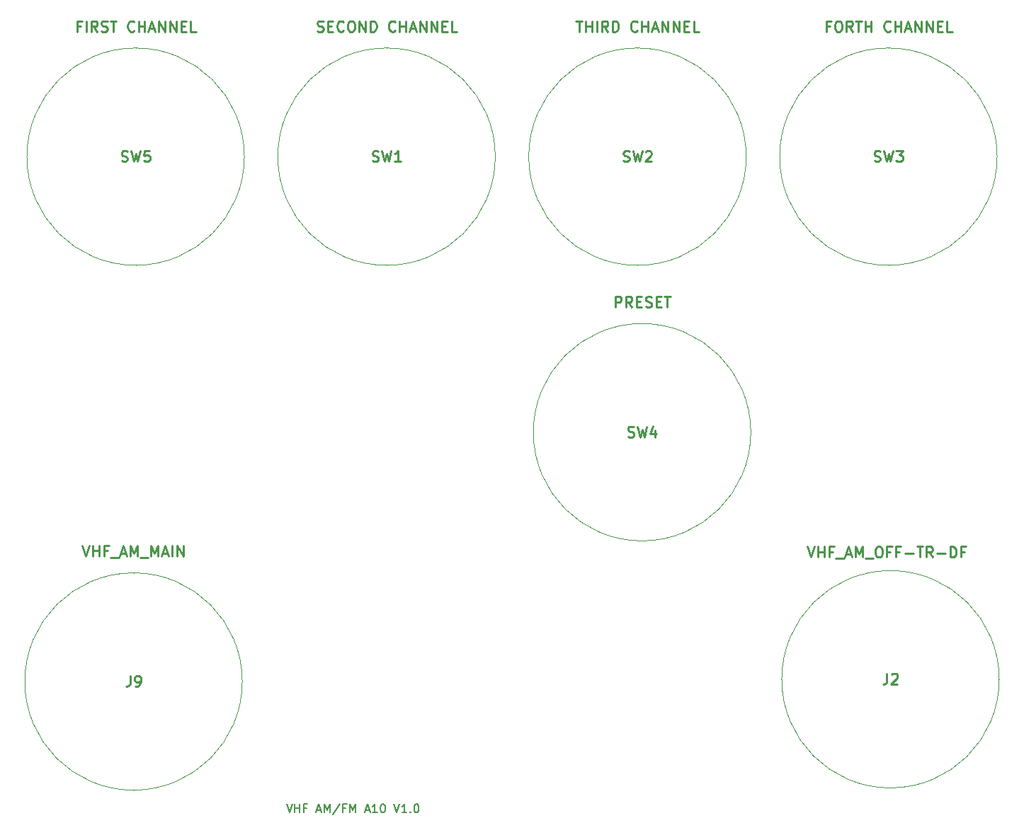
<source format=gbr>
%TF.GenerationSoftware,KiCad,Pcbnew,8.0.2-1*%
%TF.CreationDate,2024-08-11T12:55:08+10:00*%
%TF.ProjectId,VHF-AM-ROTARIES,5648462d-414d-42d5-924f-544152494553,rev?*%
%TF.SameCoordinates,Original*%
%TF.FileFunction,Legend,Top*%
%TF.FilePolarity,Positive*%
%FSLAX46Y46*%
G04 Gerber Fmt 4.6, Leading zero omitted, Abs format (unit mm)*
G04 Created by KiCad (PCBNEW 8.0.2-1) date 2024-08-11 12:55:08*
%MOMM*%
%LPD*%
G01*
G04 APERTURE LIST*
%ADD10C,0.150000*%
%ADD11C,0.254000*%
%ADD12C,0.100000*%
G04 APERTURE END LIST*
D10*
X101143922Y-138819819D02*
X101477255Y-139819819D01*
X101477255Y-139819819D02*
X101810588Y-138819819D01*
X102143922Y-139819819D02*
X102143922Y-138819819D01*
X102143922Y-139296009D02*
X102715350Y-139296009D01*
X102715350Y-139819819D02*
X102715350Y-138819819D01*
X103524874Y-139296009D02*
X103191541Y-139296009D01*
X103191541Y-139819819D02*
X103191541Y-138819819D01*
X103191541Y-138819819D02*
X103667731Y-138819819D01*
X104762970Y-139534104D02*
X105239160Y-139534104D01*
X104667732Y-139819819D02*
X105001065Y-138819819D01*
X105001065Y-138819819D02*
X105334398Y-139819819D01*
X105667732Y-139819819D02*
X105667732Y-138819819D01*
X105667732Y-138819819D02*
X106001065Y-139534104D01*
X106001065Y-139534104D02*
X106334398Y-138819819D01*
X106334398Y-138819819D02*
X106334398Y-139819819D01*
X107524874Y-138772200D02*
X106667732Y-140057914D01*
X108191541Y-139296009D02*
X107858208Y-139296009D01*
X107858208Y-139819819D02*
X107858208Y-138819819D01*
X107858208Y-138819819D02*
X108334398Y-138819819D01*
X108715351Y-139819819D02*
X108715351Y-138819819D01*
X108715351Y-138819819D02*
X109048684Y-139534104D01*
X109048684Y-139534104D02*
X109382017Y-138819819D01*
X109382017Y-138819819D02*
X109382017Y-139819819D01*
X110572494Y-139534104D02*
X111048684Y-139534104D01*
X110477256Y-139819819D02*
X110810589Y-138819819D01*
X110810589Y-138819819D02*
X111143922Y-139819819D01*
X112001065Y-139819819D02*
X111429637Y-139819819D01*
X111715351Y-139819819D02*
X111715351Y-138819819D01*
X111715351Y-138819819D02*
X111620113Y-138962676D01*
X111620113Y-138962676D02*
X111524875Y-139057914D01*
X111524875Y-139057914D02*
X111429637Y-139105533D01*
X112620113Y-138819819D02*
X112715351Y-138819819D01*
X112715351Y-138819819D02*
X112810589Y-138867438D01*
X112810589Y-138867438D02*
X112858208Y-138915057D01*
X112858208Y-138915057D02*
X112905827Y-139010295D01*
X112905827Y-139010295D02*
X112953446Y-139200771D01*
X112953446Y-139200771D02*
X112953446Y-139438866D01*
X112953446Y-139438866D02*
X112905827Y-139629342D01*
X112905827Y-139629342D02*
X112858208Y-139724580D01*
X112858208Y-139724580D02*
X112810589Y-139772200D01*
X112810589Y-139772200D02*
X112715351Y-139819819D01*
X112715351Y-139819819D02*
X112620113Y-139819819D01*
X112620113Y-139819819D02*
X112524875Y-139772200D01*
X112524875Y-139772200D02*
X112477256Y-139724580D01*
X112477256Y-139724580D02*
X112429637Y-139629342D01*
X112429637Y-139629342D02*
X112382018Y-139438866D01*
X112382018Y-139438866D02*
X112382018Y-139200771D01*
X112382018Y-139200771D02*
X112429637Y-139010295D01*
X112429637Y-139010295D02*
X112477256Y-138915057D01*
X112477256Y-138915057D02*
X112524875Y-138867438D01*
X112524875Y-138867438D02*
X112620113Y-138819819D01*
X114001066Y-138819819D02*
X114334399Y-139819819D01*
X114334399Y-139819819D02*
X114667732Y-138819819D01*
X115524875Y-139819819D02*
X114953447Y-139819819D01*
X115239161Y-139819819D02*
X115239161Y-138819819D01*
X115239161Y-138819819D02*
X115143923Y-138962676D01*
X115143923Y-138962676D02*
X115048685Y-139057914D01*
X115048685Y-139057914D02*
X114953447Y-139105533D01*
X115953447Y-139724580D02*
X116001066Y-139772200D01*
X116001066Y-139772200D02*
X115953447Y-139819819D01*
X115953447Y-139819819D02*
X115905828Y-139772200D01*
X115905828Y-139772200D02*
X115953447Y-139724580D01*
X115953447Y-139724580D02*
X115953447Y-139819819D01*
X116620113Y-138819819D02*
X116715351Y-138819819D01*
X116715351Y-138819819D02*
X116810589Y-138867438D01*
X116810589Y-138867438D02*
X116858208Y-138915057D01*
X116858208Y-138915057D02*
X116905827Y-139010295D01*
X116905827Y-139010295D02*
X116953446Y-139200771D01*
X116953446Y-139200771D02*
X116953446Y-139438866D01*
X116953446Y-139438866D02*
X116905827Y-139629342D01*
X116905827Y-139629342D02*
X116858208Y-139724580D01*
X116858208Y-139724580D02*
X116810589Y-139772200D01*
X116810589Y-139772200D02*
X116715351Y-139819819D01*
X116715351Y-139819819D02*
X116620113Y-139819819D01*
X116620113Y-139819819D02*
X116524875Y-139772200D01*
X116524875Y-139772200D02*
X116477256Y-139724580D01*
X116477256Y-139724580D02*
X116429637Y-139629342D01*
X116429637Y-139629342D02*
X116382018Y-139438866D01*
X116382018Y-139438866D02*
X116382018Y-139200771D01*
X116382018Y-139200771D02*
X116429637Y-139010295D01*
X116429637Y-139010295D02*
X116477256Y-138915057D01*
X116477256Y-138915057D02*
X116524875Y-138867438D01*
X116524875Y-138867438D02*
X116620113Y-138819819D01*
D11*
X172926667Y-123182318D02*
X172926667Y-124089461D01*
X172926667Y-124089461D02*
X172866190Y-124270889D01*
X172866190Y-124270889D02*
X172745238Y-124391842D01*
X172745238Y-124391842D02*
X172563809Y-124452318D01*
X172563809Y-124452318D02*
X172442857Y-124452318D01*
X173470952Y-123303270D02*
X173531428Y-123242794D01*
X173531428Y-123242794D02*
X173652381Y-123182318D01*
X173652381Y-123182318D02*
X173954762Y-123182318D01*
X173954762Y-123182318D02*
X174075714Y-123242794D01*
X174075714Y-123242794D02*
X174136190Y-123303270D01*
X174136190Y-123303270D02*
X174196667Y-123424222D01*
X174196667Y-123424222D02*
X174196667Y-123545175D01*
X174196667Y-123545175D02*
X174136190Y-123726603D01*
X174136190Y-123726603D02*
X173410476Y-124452318D01*
X173410476Y-124452318D02*
X174196667Y-124452318D01*
X163433239Y-108004318D02*
X163856572Y-109274318D01*
X163856572Y-109274318D02*
X164279906Y-108004318D01*
X164703238Y-109274318D02*
X164703238Y-108004318D01*
X164703238Y-108609080D02*
X165428953Y-108609080D01*
X165428953Y-109274318D02*
X165428953Y-108004318D01*
X166457048Y-108609080D02*
X166033714Y-108609080D01*
X166033714Y-109274318D02*
X166033714Y-108004318D01*
X166033714Y-108004318D02*
X166638476Y-108004318D01*
X166819905Y-109395270D02*
X167787524Y-109395270D01*
X168029428Y-108911461D02*
X168634190Y-108911461D01*
X167908476Y-109274318D02*
X168331809Y-108004318D01*
X168331809Y-108004318D02*
X168755143Y-109274318D01*
X169178475Y-109274318D02*
X169178475Y-108004318D01*
X169178475Y-108004318D02*
X169601809Y-108911461D01*
X169601809Y-108911461D02*
X170025142Y-108004318D01*
X170025142Y-108004318D02*
X170025142Y-109274318D01*
X170327524Y-109395270D02*
X171295143Y-109395270D01*
X171839428Y-108004318D02*
X172081333Y-108004318D01*
X172081333Y-108004318D02*
X172202285Y-108064794D01*
X172202285Y-108064794D02*
X172323238Y-108185746D01*
X172323238Y-108185746D02*
X172383714Y-108427651D01*
X172383714Y-108427651D02*
X172383714Y-108850984D01*
X172383714Y-108850984D02*
X172323238Y-109092889D01*
X172323238Y-109092889D02*
X172202285Y-109213842D01*
X172202285Y-109213842D02*
X172081333Y-109274318D01*
X172081333Y-109274318D02*
X171839428Y-109274318D01*
X171839428Y-109274318D02*
X171718476Y-109213842D01*
X171718476Y-109213842D02*
X171597523Y-109092889D01*
X171597523Y-109092889D02*
X171537047Y-108850984D01*
X171537047Y-108850984D02*
X171537047Y-108427651D01*
X171537047Y-108427651D02*
X171597523Y-108185746D01*
X171597523Y-108185746D02*
X171718476Y-108064794D01*
X171718476Y-108064794D02*
X171839428Y-108004318D01*
X173351333Y-108609080D02*
X172927999Y-108609080D01*
X172927999Y-109274318D02*
X172927999Y-108004318D01*
X172927999Y-108004318D02*
X173532761Y-108004318D01*
X174439904Y-108609080D02*
X174016570Y-108609080D01*
X174016570Y-109274318D02*
X174016570Y-108004318D01*
X174016570Y-108004318D02*
X174621332Y-108004318D01*
X175105141Y-108790508D02*
X176072761Y-108790508D01*
X176496094Y-108004318D02*
X177221808Y-108004318D01*
X176858951Y-109274318D02*
X176858951Y-108004318D01*
X178370856Y-109274318D02*
X177947522Y-108669556D01*
X177645141Y-109274318D02*
X177645141Y-108004318D01*
X177645141Y-108004318D02*
X178128951Y-108004318D01*
X178128951Y-108004318D02*
X178249903Y-108064794D01*
X178249903Y-108064794D02*
X178310380Y-108125270D01*
X178310380Y-108125270D02*
X178370856Y-108246222D01*
X178370856Y-108246222D02*
X178370856Y-108427651D01*
X178370856Y-108427651D02*
X178310380Y-108548603D01*
X178310380Y-108548603D02*
X178249903Y-108609080D01*
X178249903Y-108609080D02*
X178128951Y-108669556D01*
X178128951Y-108669556D02*
X177645141Y-108669556D01*
X178915141Y-108790508D02*
X179882761Y-108790508D01*
X180487522Y-109274318D02*
X180487522Y-108004318D01*
X180487522Y-108004318D02*
X180789903Y-108004318D01*
X180789903Y-108004318D02*
X180971332Y-108064794D01*
X180971332Y-108064794D02*
X181092284Y-108185746D01*
X181092284Y-108185746D02*
X181152761Y-108306699D01*
X181152761Y-108306699D02*
X181213237Y-108548603D01*
X181213237Y-108548603D02*
X181213237Y-108730032D01*
X181213237Y-108730032D02*
X181152761Y-108971937D01*
X181152761Y-108971937D02*
X181092284Y-109092889D01*
X181092284Y-109092889D02*
X180971332Y-109213842D01*
X180971332Y-109213842D02*
X180789903Y-109274318D01*
X180789903Y-109274318D02*
X180487522Y-109274318D01*
X182180856Y-108609080D02*
X181757522Y-108609080D01*
X181757522Y-109274318D02*
X181757522Y-108004318D01*
X181757522Y-108004318D02*
X182362284Y-108004318D01*
X141406666Y-61860842D02*
X141588095Y-61921318D01*
X141588095Y-61921318D02*
X141890476Y-61921318D01*
X141890476Y-61921318D02*
X142011428Y-61860842D01*
X142011428Y-61860842D02*
X142071904Y-61800365D01*
X142071904Y-61800365D02*
X142132381Y-61679413D01*
X142132381Y-61679413D02*
X142132381Y-61558461D01*
X142132381Y-61558461D02*
X142071904Y-61437508D01*
X142071904Y-61437508D02*
X142011428Y-61377032D01*
X142011428Y-61377032D02*
X141890476Y-61316556D01*
X141890476Y-61316556D02*
X141648571Y-61256080D01*
X141648571Y-61256080D02*
X141527619Y-61195603D01*
X141527619Y-61195603D02*
X141467142Y-61135127D01*
X141467142Y-61135127D02*
X141406666Y-61014175D01*
X141406666Y-61014175D02*
X141406666Y-60893222D01*
X141406666Y-60893222D02*
X141467142Y-60772270D01*
X141467142Y-60772270D02*
X141527619Y-60711794D01*
X141527619Y-60711794D02*
X141648571Y-60651318D01*
X141648571Y-60651318D02*
X141950952Y-60651318D01*
X141950952Y-60651318D02*
X142132381Y-60711794D01*
X142555714Y-60651318D02*
X142858095Y-61921318D01*
X142858095Y-61921318D02*
X143100000Y-61014175D01*
X143100000Y-61014175D02*
X143341905Y-61921318D01*
X143341905Y-61921318D02*
X143644286Y-60651318D01*
X144067619Y-60772270D02*
X144128095Y-60711794D01*
X144128095Y-60711794D02*
X144249048Y-60651318D01*
X144249048Y-60651318D02*
X144551429Y-60651318D01*
X144551429Y-60651318D02*
X144672381Y-60711794D01*
X144672381Y-60711794D02*
X144732857Y-60772270D01*
X144732857Y-60772270D02*
X144793334Y-60893222D01*
X144793334Y-60893222D02*
X144793334Y-61014175D01*
X144793334Y-61014175D02*
X144732857Y-61195603D01*
X144732857Y-61195603D02*
X144007143Y-61921318D01*
X144007143Y-61921318D02*
X144793334Y-61921318D01*
X135752143Y-45104318D02*
X136477857Y-45104318D01*
X136115000Y-46374318D02*
X136115000Y-45104318D01*
X136901190Y-46374318D02*
X136901190Y-45104318D01*
X136901190Y-45709080D02*
X137626905Y-45709080D01*
X137626905Y-46374318D02*
X137626905Y-45104318D01*
X138231666Y-46374318D02*
X138231666Y-45104318D01*
X139562143Y-46374318D02*
X139138809Y-45769556D01*
X138836428Y-46374318D02*
X138836428Y-45104318D01*
X138836428Y-45104318D02*
X139320238Y-45104318D01*
X139320238Y-45104318D02*
X139441190Y-45164794D01*
X139441190Y-45164794D02*
X139501667Y-45225270D01*
X139501667Y-45225270D02*
X139562143Y-45346222D01*
X139562143Y-45346222D02*
X139562143Y-45527651D01*
X139562143Y-45527651D02*
X139501667Y-45648603D01*
X139501667Y-45648603D02*
X139441190Y-45709080D01*
X139441190Y-45709080D02*
X139320238Y-45769556D01*
X139320238Y-45769556D02*
X138836428Y-45769556D01*
X140106428Y-46374318D02*
X140106428Y-45104318D01*
X140106428Y-45104318D02*
X140408809Y-45104318D01*
X140408809Y-45104318D02*
X140590238Y-45164794D01*
X140590238Y-45164794D02*
X140711190Y-45285746D01*
X140711190Y-45285746D02*
X140771667Y-45406699D01*
X140771667Y-45406699D02*
X140832143Y-45648603D01*
X140832143Y-45648603D02*
X140832143Y-45830032D01*
X140832143Y-45830032D02*
X140771667Y-46071937D01*
X140771667Y-46071937D02*
X140711190Y-46192889D01*
X140711190Y-46192889D02*
X140590238Y-46313842D01*
X140590238Y-46313842D02*
X140408809Y-46374318D01*
X140408809Y-46374318D02*
X140106428Y-46374318D01*
X143069762Y-46253365D02*
X143009286Y-46313842D01*
X143009286Y-46313842D02*
X142827857Y-46374318D01*
X142827857Y-46374318D02*
X142706905Y-46374318D01*
X142706905Y-46374318D02*
X142525476Y-46313842D01*
X142525476Y-46313842D02*
X142404524Y-46192889D01*
X142404524Y-46192889D02*
X142344047Y-46071937D01*
X142344047Y-46071937D02*
X142283571Y-45830032D01*
X142283571Y-45830032D02*
X142283571Y-45648603D01*
X142283571Y-45648603D02*
X142344047Y-45406699D01*
X142344047Y-45406699D02*
X142404524Y-45285746D01*
X142404524Y-45285746D02*
X142525476Y-45164794D01*
X142525476Y-45164794D02*
X142706905Y-45104318D01*
X142706905Y-45104318D02*
X142827857Y-45104318D01*
X142827857Y-45104318D02*
X143009286Y-45164794D01*
X143009286Y-45164794D02*
X143069762Y-45225270D01*
X143614047Y-46374318D02*
X143614047Y-45104318D01*
X143614047Y-45709080D02*
X144339762Y-45709080D01*
X144339762Y-46374318D02*
X144339762Y-45104318D01*
X144884047Y-46011461D02*
X145488809Y-46011461D01*
X144763095Y-46374318D02*
X145186428Y-45104318D01*
X145186428Y-45104318D02*
X145609762Y-46374318D01*
X146033094Y-46374318D02*
X146033094Y-45104318D01*
X146033094Y-45104318D02*
X146758809Y-46374318D01*
X146758809Y-46374318D02*
X146758809Y-45104318D01*
X147363570Y-46374318D02*
X147363570Y-45104318D01*
X147363570Y-45104318D02*
X148089285Y-46374318D01*
X148089285Y-46374318D02*
X148089285Y-45104318D01*
X148694046Y-45709080D02*
X149117380Y-45709080D01*
X149298808Y-46374318D02*
X148694046Y-46374318D01*
X148694046Y-46374318D02*
X148694046Y-45104318D01*
X148694046Y-45104318D02*
X149298808Y-45104318D01*
X150447856Y-46374318D02*
X149843094Y-46374318D01*
X149843094Y-46374318D02*
X149843094Y-45104318D01*
X82426667Y-123451318D02*
X82426667Y-124358461D01*
X82426667Y-124358461D02*
X82366190Y-124539889D01*
X82366190Y-124539889D02*
X82245238Y-124660842D01*
X82245238Y-124660842D02*
X82063809Y-124721318D01*
X82063809Y-124721318D02*
X81942857Y-124721318D01*
X83091905Y-124721318D02*
X83333809Y-124721318D01*
X83333809Y-124721318D02*
X83454762Y-124660842D01*
X83454762Y-124660842D02*
X83515238Y-124600365D01*
X83515238Y-124600365D02*
X83636190Y-124418937D01*
X83636190Y-124418937D02*
X83696667Y-124177032D01*
X83696667Y-124177032D02*
X83696667Y-123693222D01*
X83696667Y-123693222D02*
X83636190Y-123572270D01*
X83636190Y-123572270D02*
X83575714Y-123511794D01*
X83575714Y-123511794D02*
X83454762Y-123451318D01*
X83454762Y-123451318D02*
X83212857Y-123451318D01*
X83212857Y-123451318D02*
X83091905Y-123511794D01*
X83091905Y-123511794D02*
X83031428Y-123572270D01*
X83031428Y-123572270D02*
X82970952Y-123693222D01*
X82970952Y-123693222D02*
X82970952Y-123995603D01*
X82970952Y-123995603D02*
X83031428Y-124116556D01*
X83031428Y-124116556D02*
X83091905Y-124177032D01*
X83091905Y-124177032D02*
X83212857Y-124237508D01*
X83212857Y-124237508D02*
X83454762Y-124237508D01*
X83454762Y-124237508D02*
X83575714Y-124177032D01*
X83575714Y-124177032D02*
X83636190Y-124116556D01*
X83636190Y-124116556D02*
X83696667Y-123995603D01*
X76741905Y-107904318D02*
X77165238Y-109174318D01*
X77165238Y-109174318D02*
X77588572Y-107904318D01*
X78011904Y-109174318D02*
X78011904Y-107904318D01*
X78011904Y-108509080D02*
X78737619Y-108509080D01*
X78737619Y-109174318D02*
X78737619Y-107904318D01*
X79765714Y-108509080D02*
X79342380Y-108509080D01*
X79342380Y-109174318D02*
X79342380Y-107904318D01*
X79342380Y-107904318D02*
X79947142Y-107904318D01*
X80128571Y-109295270D02*
X81096190Y-109295270D01*
X81338094Y-108811461D02*
X81942856Y-108811461D01*
X81217142Y-109174318D02*
X81640475Y-107904318D01*
X81640475Y-107904318D02*
X82063809Y-109174318D01*
X82487141Y-109174318D02*
X82487141Y-107904318D01*
X82487141Y-107904318D02*
X82910475Y-108811461D01*
X82910475Y-108811461D02*
X83333808Y-107904318D01*
X83333808Y-107904318D02*
X83333808Y-109174318D01*
X83636190Y-109295270D02*
X84603809Y-109295270D01*
X84906189Y-109174318D02*
X84906189Y-107904318D01*
X84906189Y-107904318D02*
X85329523Y-108811461D01*
X85329523Y-108811461D02*
X85752856Y-107904318D01*
X85752856Y-107904318D02*
X85752856Y-109174318D01*
X86297142Y-108811461D02*
X86901904Y-108811461D01*
X86176190Y-109174318D02*
X86599523Y-107904318D01*
X86599523Y-107904318D02*
X87022857Y-109174318D01*
X87446189Y-109174318D02*
X87446189Y-107904318D01*
X88050951Y-109174318D02*
X88050951Y-107904318D01*
X88050951Y-107904318D02*
X88776666Y-109174318D01*
X88776666Y-109174318D02*
X88776666Y-107904318D01*
X81406666Y-61860842D02*
X81588095Y-61921318D01*
X81588095Y-61921318D02*
X81890476Y-61921318D01*
X81890476Y-61921318D02*
X82011428Y-61860842D01*
X82011428Y-61860842D02*
X82071904Y-61800365D01*
X82071904Y-61800365D02*
X82132381Y-61679413D01*
X82132381Y-61679413D02*
X82132381Y-61558461D01*
X82132381Y-61558461D02*
X82071904Y-61437508D01*
X82071904Y-61437508D02*
X82011428Y-61377032D01*
X82011428Y-61377032D02*
X81890476Y-61316556D01*
X81890476Y-61316556D02*
X81648571Y-61256080D01*
X81648571Y-61256080D02*
X81527619Y-61195603D01*
X81527619Y-61195603D02*
X81467142Y-61135127D01*
X81467142Y-61135127D02*
X81406666Y-61014175D01*
X81406666Y-61014175D02*
X81406666Y-60893222D01*
X81406666Y-60893222D02*
X81467142Y-60772270D01*
X81467142Y-60772270D02*
X81527619Y-60711794D01*
X81527619Y-60711794D02*
X81648571Y-60651318D01*
X81648571Y-60651318D02*
X81950952Y-60651318D01*
X81950952Y-60651318D02*
X82132381Y-60711794D01*
X82555714Y-60651318D02*
X82858095Y-61921318D01*
X82858095Y-61921318D02*
X83100000Y-61014175D01*
X83100000Y-61014175D02*
X83341905Y-61921318D01*
X83341905Y-61921318D02*
X83644286Y-60651318D01*
X84732857Y-60651318D02*
X84128095Y-60651318D01*
X84128095Y-60651318D02*
X84067619Y-61256080D01*
X84067619Y-61256080D02*
X84128095Y-61195603D01*
X84128095Y-61195603D02*
X84249048Y-61135127D01*
X84249048Y-61135127D02*
X84551429Y-61135127D01*
X84551429Y-61135127D02*
X84672381Y-61195603D01*
X84672381Y-61195603D02*
X84732857Y-61256080D01*
X84732857Y-61256080D02*
X84793334Y-61377032D01*
X84793334Y-61377032D02*
X84793334Y-61679413D01*
X84793334Y-61679413D02*
X84732857Y-61800365D01*
X84732857Y-61800365D02*
X84672381Y-61860842D01*
X84672381Y-61860842D02*
X84551429Y-61921318D01*
X84551429Y-61921318D02*
X84249048Y-61921318D01*
X84249048Y-61921318D02*
X84128095Y-61860842D01*
X84128095Y-61860842D02*
X84067619Y-61800365D01*
X76508096Y-45709080D02*
X76084762Y-45709080D01*
X76084762Y-46374318D02*
X76084762Y-45104318D01*
X76084762Y-45104318D02*
X76689524Y-45104318D01*
X77173333Y-46374318D02*
X77173333Y-45104318D01*
X78503810Y-46374318D02*
X78080476Y-45769556D01*
X77778095Y-46374318D02*
X77778095Y-45104318D01*
X77778095Y-45104318D02*
X78261905Y-45104318D01*
X78261905Y-45104318D02*
X78382857Y-45164794D01*
X78382857Y-45164794D02*
X78443334Y-45225270D01*
X78443334Y-45225270D02*
X78503810Y-45346222D01*
X78503810Y-45346222D02*
X78503810Y-45527651D01*
X78503810Y-45527651D02*
X78443334Y-45648603D01*
X78443334Y-45648603D02*
X78382857Y-45709080D01*
X78382857Y-45709080D02*
X78261905Y-45769556D01*
X78261905Y-45769556D02*
X77778095Y-45769556D01*
X78987619Y-46313842D02*
X79169048Y-46374318D01*
X79169048Y-46374318D02*
X79471429Y-46374318D01*
X79471429Y-46374318D02*
X79592381Y-46313842D01*
X79592381Y-46313842D02*
X79652857Y-46253365D01*
X79652857Y-46253365D02*
X79713334Y-46132413D01*
X79713334Y-46132413D02*
X79713334Y-46011461D01*
X79713334Y-46011461D02*
X79652857Y-45890508D01*
X79652857Y-45890508D02*
X79592381Y-45830032D01*
X79592381Y-45830032D02*
X79471429Y-45769556D01*
X79471429Y-45769556D02*
X79229524Y-45709080D01*
X79229524Y-45709080D02*
X79108572Y-45648603D01*
X79108572Y-45648603D02*
X79048095Y-45588127D01*
X79048095Y-45588127D02*
X78987619Y-45467175D01*
X78987619Y-45467175D02*
X78987619Y-45346222D01*
X78987619Y-45346222D02*
X79048095Y-45225270D01*
X79048095Y-45225270D02*
X79108572Y-45164794D01*
X79108572Y-45164794D02*
X79229524Y-45104318D01*
X79229524Y-45104318D02*
X79531905Y-45104318D01*
X79531905Y-45104318D02*
X79713334Y-45164794D01*
X80076191Y-45104318D02*
X80801905Y-45104318D01*
X80439048Y-46374318D02*
X80439048Y-45104318D01*
X82918572Y-46253365D02*
X82858096Y-46313842D01*
X82858096Y-46313842D02*
X82676667Y-46374318D01*
X82676667Y-46374318D02*
X82555715Y-46374318D01*
X82555715Y-46374318D02*
X82374286Y-46313842D01*
X82374286Y-46313842D02*
X82253334Y-46192889D01*
X82253334Y-46192889D02*
X82192857Y-46071937D01*
X82192857Y-46071937D02*
X82132381Y-45830032D01*
X82132381Y-45830032D02*
X82132381Y-45648603D01*
X82132381Y-45648603D02*
X82192857Y-45406699D01*
X82192857Y-45406699D02*
X82253334Y-45285746D01*
X82253334Y-45285746D02*
X82374286Y-45164794D01*
X82374286Y-45164794D02*
X82555715Y-45104318D01*
X82555715Y-45104318D02*
X82676667Y-45104318D01*
X82676667Y-45104318D02*
X82858096Y-45164794D01*
X82858096Y-45164794D02*
X82918572Y-45225270D01*
X83462857Y-46374318D02*
X83462857Y-45104318D01*
X83462857Y-45709080D02*
X84188572Y-45709080D01*
X84188572Y-46374318D02*
X84188572Y-45104318D01*
X84732857Y-46011461D02*
X85337619Y-46011461D01*
X84611905Y-46374318D02*
X85035238Y-45104318D01*
X85035238Y-45104318D02*
X85458572Y-46374318D01*
X85881904Y-46374318D02*
X85881904Y-45104318D01*
X85881904Y-45104318D02*
X86607619Y-46374318D01*
X86607619Y-46374318D02*
X86607619Y-45104318D01*
X87212380Y-46374318D02*
X87212380Y-45104318D01*
X87212380Y-45104318D02*
X87938095Y-46374318D01*
X87938095Y-46374318D02*
X87938095Y-45104318D01*
X88542856Y-45709080D02*
X88966190Y-45709080D01*
X89147618Y-46374318D02*
X88542856Y-46374318D01*
X88542856Y-46374318D02*
X88542856Y-45104318D01*
X88542856Y-45104318D02*
X89147618Y-45104318D01*
X90296666Y-46374318D02*
X89691904Y-46374318D01*
X89691904Y-46374318D02*
X89691904Y-45104318D01*
X171406666Y-61860842D02*
X171588095Y-61921318D01*
X171588095Y-61921318D02*
X171890476Y-61921318D01*
X171890476Y-61921318D02*
X172011428Y-61860842D01*
X172011428Y-61860842D02*
X172071904Y-61800365D01*
X172071904Y-61800365D02*
X172132381Y-61679413D01*
X172132381Y-61679413D02*
X172132381Y-61558461D01*
X172132381Y-61558461D02*
X172071904Y-61437508D01*
X172071904Y-61437508D02*
X172011428Y-61377032D01*
X172011428Y-61377032D02*
X171890476Y-61316556D01*
X171890476Y-61316556D02*
X171648571Y-61256080D01*
X171648571Y-61256080D02*
X171527619Y-61195603D01*
X171527619Y-61195603D02*
X171467142Y-61135127D01*
X171467142Y-61135127D02*
X171406666Y-61014175D01*
X171406666Y-61014175D02*
X171406666Y-60893222D01*
X171406666Y-60893222D02*
X171467142Y-60772270D01*
X171467142Y-60772270D02*
X171527619Y-60711794D01*
X171527619Y-60711794D02*
X171648571Y-60651318D01*
X171648571Y-60651318D02*
X171950952Y-60651318D01*
X171950952Y-60651318D02*
X172132381Y-60711794D01*
X172555714Y-60651318D02*
X172858095Y-61921318D01*
X172858095Y-61921318D02*
X173100000Y-61014175D01*
X173100000Y-61014175D02*
X173341905Y-61921318D01*
X173341905Y-61921318D02*
X173644286Y-60651318D01*
X174007143Y-60651318D02*
X174793334Y-60651318D01*
X174793334Y-60651318D02*
X174370000Y-61135127D01*
X174370000Y-61135127D02*
X174551429Y-61135127D01*
X174551429Y-61135127D02*
X174672381Y-61195603D01*
X174672381Y-61195603D02*
X174732857Y-61256080D01*
X174732857Y-61256080D02*
X174793334Y-61377032D01*
X174793334Y-61377032D02*
X174793334Y-61679413D01*
X174793334Y-61679413D02*
X174732857Y-61800365D01*
X174732857Y-61800365D02*
X174672381Y-61860842D01*
X174672381Y-61860842D02*
X174551429Y-61921318D01*
X174551429Y-61921318D02*
X174188572Y-61921318D01*
X174188572Y-61921318D02*
X174067619Y-61860842D01*
X174067619Y-61860842D02*
X174007143Y-61800365D01*
X166084763Y-45709080D02*
X165661429Y-45709080D01*
X165661429Y-46374318D02*
X165661429Y-45104318D01*
X165661429Y-45104318D02*
X166266191Y-45104318D01*
X166991905Y-45104318D02*
X167233810Y-45104318D01*
X167233810Y-45104318D02*
X167354762Y-45164794D01*
X167354762Y-45164794D02*
X167475715Y-45285746D01*
X167475715Y-45285746D02*
X167536191Y-45527651D01*
X167536191Y-45527651D02*
X167536191Y-45950984D01*
X167536191Y-45950984D02*
X167475715Y-46192889D01*
X167475715Y-46192889D02*
X167354762Y-46313842D01*
X167354762Y-46313842D02*
X167233810Y-46374318D01*
X167233810Y-46374318D02*
X166991905Y-46374318D01*
X166991905Y-46374318D02*
X166870953Y-46313842D01*
X166870953Y-46313842D02*
X166750000Y-46192889D01*
X166750000Y-46192889D02*
X166689524Y-45950984D01*
X166689524Y-45950984D02*
X166689524Y-45527651D01*
X166689524Y-45527651D02*
X166750000Y-45285746D01*
X166750000Y-45285746D02*
X166870953Y-45164794D01*
X166870953Y-45164794D02*
X166991905Y-45104318D01*
X168806191Y-46374318D02*
X168382857Y-45769556D01*
X168080476Y-46374318D02*
X168080476Y-45104318D01*
X168080476Y-45104318D02*
X168564286Y-45104318D01*
X168564286Y-45104318D02*
X168685238Y-45164794D01*
X168685238Y-45164794D02*
X168745715Y-45225270D01*
X168745715Y-45225270D02*
X168806191Y-45346222D01*
X168806191Y-45346222D02*
X168806191Y-45527651D01*
X168806191Y-45527651D02*
X168745715Y-45648603D01*
X168745715Y-45648603D02*
X168685238Y-45709080D01*
X168685238Y-45709080D02*
X168564286Y-45769556D01*
X168564286Y-45769556D02*
X168080476Y-45769556D01*
X169169048Y-45104318D02*
X169894762Y-45104318D01*
X169531905Y-46374318D02*
X169531905Y-45104318D01*
X170318095Y-46374318D02*
X170318095Y-45104318D01*
X170318095Y-45709080D02*
X171043810Y-45709080D01*
X171043810Y-46374318D02*
X171043810Y-45104318D01*
X173341905Y-46253365D02*
X173281429Y-46313842D01*
X173281429Y-46313842D02*
X173100000Y-46374318D01*
X173100000Y-46374318D02*
X172979048Y-46374318D01*
X172979048Y-46374318D02*
X172797619Y-46313842D01*
X172797619Y-46313842D02*
X172676667Y-46192889D01*
X172676667Y-46192889D02*
X172616190Y-46071937D01*
X172616190Y-46071937D02*
X172555714Y-45830032D01*
X172555714Y-45830032D02*
X172555714Y-45648603D01*
X172555714Y-45648603D02*
X172616190Y-45406699D01*
X172616190Y-45406699D02*
X172676667Y-45285746D01*
X172676667Y-45285746D02*
X172797619Y-45164794D01*
X172797619Y-45164794D02*
X172979048Y-45104318D01*
X172979048Y-45104318D02*
X173100000Y-45104318D01*
X173100000Y-45104318D02*
X173281429Y-45164794D01*
X173281429Y-45164794D02*
X173341905Y-45225270D01*
X173886190Y-46374318D02*
X173886190Y-45104318D01*
X173886190Y-45709080D02*
X174611905Y-45709080D01*
X174611905Y-46374318D02*
X174611905Y-45104318D01*
X175156190Y-46011461D02*
X175760952Y-46011461D01*
X175035238Y-46374318D02*
X175458571Y-45104318D01*
X175458571Y-45104318D02*
X175881905Y-46374318D01*
X176305237Y-46374318D02*
X176305237Y-45104318D01*
X176305237Y-45104318D02*
X177030952Y-46374318D01*
X177030952Y-46374318D02*
X177030952Y-45104318D01*
X177635713Y-46374318D02*
X177635713Y-45104318D01*
X177635713Y-45104318D02*
X178361428Y-46374318D01*
X178361428Y-46374318D02*
X178361428Y-45104318D01*
X178966189Y-45709080D02*
X179389523Y-45709080D01*
X179570951Y-46374318D02*
X178966189Y-46374318D01*
X178966189Y-46374318D02*
X178966189Y-45104318D01*
X178966189Y-45104318D02*
X179570951Y-45104318D01*
X180719999Y-46374318D02*
X180115237Y-46374318D01*
X180115237Y-46374318D02*
X180115237Y-45104318D01*
X111406666Y-61860842D02*
X111588095Y-61921318D01*
X111588095Y-61921318D02*
X111890476Y-61921318D01*
X111890476Y-61921318D02*
X112011428Y-61860842D01*
X112011428Y-61860842D02*
X112071904Y-61800365D01*
X112071904Y-61800365D02*
X112132381Y-61679413D01*
X112132381Y-61679413D02*
X112132381Y-61558461D01*
X112132381Y-61558461D02*
X112071904Y-61437508D01*
X112071904Y-61437508D02*
X112011428Y-61377032D01*
X112011428Y-61377032D02*
X111890476Y-61316556D01*
X111890476Y-61316556D02*
X111648571Y-61256080D01*
X111648571Y-61256080D02*
X111527619Y-61195603D01*
X111527619Y-61195603D02*
X111467142Y-61135127D01*
X111467142Y-61135127D02*
X111406666Y-61014175D01*
X111406666Y-61014175D02*
X111406666Y-60893222D01*
X111406666Y-60893222D02*
X111467142Y-60772270D01*
X111467142Y-60772270D02*
X111527619Y-60711794D01*
X111527619Y-60711794D02*
X111648571Y-60651318D01*
X111648571Y-60651318D02*
X111950952Y-60651318D01*
X111950952Y-60651318D02*
X112132381Y-60711794D01*
X112555714Y-60651318D02*
X112858095Y-61921318D01*
X112858095Y-61921318D02*
X113100000Y-61014175D01*
X113100000Y-61014175D02*
X113341905Y-61921318D01*
X113341905Y-61921318D02*
X113644286Y-60651318D01*
X114793334Y-61921318D02*
X114067619Y-61921318D01*
X114430476Y-61921318D02*
X114430476Y-60651318D01*
X114430476Y-60651318D02*
X114309524Y-60832746D01*
X114309524Y-60832746D02*
X114188572Y-60953699D01*
X114188572Y-60953699D02*
X114067619Y-61014175D01*
X104814762Y-46313842D02*
X104996191Y-46374318D01*
X104996191Y-46374318D02*
X105298572Y-46374318D01*
X105298572Y-46374318D02*
X105419524Y-46313842D01*
X105419524Y-46313842D02*
X105480000Y-46253365D01*
X105480000Y-46253365D02*
X105540477Y-46132413D01*
X105540477Y-46132413D02*
X105540477Y-46011461D01*
X105540477Y-46011461D02*
X105480000Y-45890508D01*
X105480000Y-45890508D02*
X105419524Y-45830032D01*
X105419524Y-45830032D02*
X105298572Y-45769556D01*
X105298572Y-45769556D02*
X105056667Y-45709080D01*
X105056667Y-45709080D02*
X104935715Y-45648603D01*
X104935715Y-45648603D02*
X104875238Y-45588127D01*
X104875238Y-45588127D02*
X104814762Y-45467175D01*
X104814762Y-45467175D02*
X104814762Y-45346222D01*
X104814762Y-45346222D02*
X104875238Y-45225270D01*
X104875238Y-45225270D02*
X104935715Y-45164794D01*
X104935715Y-45164794D02*
X105056667Y-45104318D01*
X105056667Y-45104318D02*
X105359048Y-45104318D01*
X105359048Y-45104318D02*
X105540477Y-45164794D01*
X106084762Y-45709080D02*
X106508096Y-45709080D01*
X106689524Y-46374318D02*
X106084762Y-46374318D01*
X106084762Y-46374318D02*
X106084762Y-45104318D01*
X106084762Y-45104318D02*
X106689524Y-45104318D01*
X107959525Y-46253365D02*
X107899049Y-46313842D01*
X107899049Y-46313842D02*
X107717620Y-46374318D01*
X107717620Y-46374318D02*
X107596668Y-46374318D01*
X107596668Y-46374318D02*
X107415239Y-46313842D01*
X107415239Y-46313842D02*
X107294287Y-46192889D01*
X107294287Y-46192889D02*
X107233810Y-46071937D01*
X107233810Y-46071937D02*
X107173334Y-45830032D01*
X107173334Y-45830032D02*
X107173334Y-45648603D01*
X107173334Y-45648603D02*
X107233810Y-45406699D01*
X107233810Y-45406699D02*
X107294287Y-45285746D01*
X107294287Y-45285746D02*
X107415239Y-45164794D01*
X107415239Y-45164794D02*
X107596668Y-45104318D01*
X107596668Y-45104318D02*
X107717620Y-45104318D01*
X107717620Y-45104318D02*
X107899049Y-45164794D01*
X107899049Y-45164794D02*
X107959525Y-45225270D01*
X108745715Y-45104318D02*
X108987620Y-45104318D01*
X108987620Y-45104318D02*
X109108572Y-45164794D01*
X109108572Y-45164794D02*
X109229525Y-45285746D01*
X109229525Y-45285746D02*
X109290001Y-45527651D01*
X109290001Y-45527651D02*
X109290001Y-45950984D01*
X109290001Y-45950984D02*
X109229525Y-46192889D01*
X109229525Y-46192889D02*
X109108572Y-46313842D01*
X109108572Y-46313842D02*
X108987620Y-46374318D01*
X108987620Y-46374318D02*
X108745715Y-46374318D01*
X108745715Y-46374318D02*
X108624763Y-46313842D01*
X108624763Y-46313842D02*
X108503810Y-46192889D01*
X108503810Y-46192889D02*
X108443334Y-45950984D01*
X108443334Y-45950984D02*
X108443334Y-45527651D01*
X108443334Y-45527651D02*
X108503810Y-45285746D01*
X108503810Y-45285746D02*
X108624763Y-45164794D01*
X108624763Y-45164794D02*
X108745715Y-45104318D01*
X109834286Y-46374318D02*
X109834286Y-45104318D01*
X109834286Y-45104318D02*
X110560001Y-46374318D01*
X110560001Y-46374318D02*
X110560001Y-45104318D01*
X111164762Y-46374318D02*
X111164762Y-45104318D01*
X111164762Y-45104318D02*
X111467143Y-45104318D01*
X111467143Y-45104318D02*
X111648572Y-45164794D01*
X111648572Y-45164794D02*
X111769524Y-45285746D01*
X111769524Y-45285746D02*
X111830001Y-45406699D01*
X111830001Y-45406699D02*
X111890477Y-45648603D01*
X111890477Y-45648603D02*
X111890477Y-45830032D01*
X111890477Y-45830032D02*
X111830001Y-46071937D01*
X111830001Y-46071937D02*
X111769524Y-46192889D01*
X111769524Y-46192889D02*
X111648572Y-46313842D01*
X111648572Y-46313842D02*
X111467143Y-46374318D01*
X111467143Y-46374318D02*
X111164762Y-46374318D01*
X114128096Y-46253365D02*
X114067620Y-46313842D01*
X114067620Y-46313842D02*
X113886191Y-46374318D01*
X113886191Y-46374318D02*
X113765239Y-46374318D01*
X113765239Y-46374318D02*
X113583810Y-46313842D01*
X113583810Y-46313842D02*
X113462858Y-46192889D01*
X113462858Y-46192889D02*
X113402381Y-46071937D01*
X113402381Y-46071937D02*
X113341905Y-45830032D01*
X113341905Y-45830032D02*
X113341905Y-45648603D01*
X113341905Y-45648603D02*
X113402381Y-45406699D01*
X113402381Y-45406699D02*
X113462858Y-45285746D01*
X113462858Y-45285746D02*
X113583810Y-45164794D01*
X113583810Y-45164794D02*
X113765239Y-45104318D01*
X113765239Y-45104318D02*
X113886191Y-45104318D01*
X113886191Y-45104318D02*
X114067620Y-45164794D01*
X114067620Y-45164794D02*
X114128096Y-45225270D01*
X114672381Y-46374318D02*
X114672381Y-45104318D01*
X114672381Y-45709080D02*
X115398096Y-45709080D01*
X115398096Y-46374318D02*
X115398096Y-45104318D01*
X115942381Y-46011461D02*
X116547143Y-46011461D01*
X115821429Y-46374318D02*
X116244762Y-45104318D01*
X116244762Y-45104318D02*
X116668096Y-46374318D01*
X117091428Y-46374318D02*
X117091428Y-45104318D01*
X117091428Y-45104318D02*
X117817143Y-46374318D01*
X117817143Y-46374318D02*
X117817143Y-45104318D01*
X118421904Y-46374318D02*
X118421904Y-45104318D01*
X118421904Y-45104318D02*
X119147619Y-46374318D01*
X119147619Y-46374318D02*
X119147619Y-45104318D01*
X119752380Y-45709080D02*
X120175714Y-45709080D01*
X120357142Y-46374318D02*
X119752380Y-46374318D01*
X119752380Y-46374318D02*
X119752380Y-45104318D01*
X119752380Y-45104318D02*
X120357142Y-45104318D01*
X121506190Y-46374318D02*
X120901428Y-46374318D01*
X120901428Y-46374318D02*
X120901428Y-45104318D01*
X141959666Y-94835842D02*
X142141095Y-94896318D01*
X142141095Y-94896318D02*
X142443476Y-94896318D01*
X142443476Y-94896318D02*
X142564428Y-94835842D01*
X142564428Y-94835842D02*
X142624904Y-94775365D01*
X142624904Y-94775365D02*
X142685381Y-94654413D01*
X142685381Y-94654413D02*
X142685381Y-94533461D01*
X142685381Y-94533461D02*
X142624904Y-94412508D01*
X142624904Y-94412508D02*
X142564428Y-94352032D01*
X142564428Y-94352032D02*
X142443476Y-94291556D01*
X142443476Y-94291556D02*
X142201571Y-94231080D01*
X142201571Y-94231080D02*
X142080619Y-94170603D01*
X142080619Y-94170603D02*
X142020142Y-94110127D01*
X142020142Y-94110127D02*
X141959666Y-93989175D01*
X141959666Y-93989175D02*
X141959666Y-93868222D01*
X141959666Y-93868222D02*
X142020142Y-93747270D01*
X142020142Y-93747270D02*
X142080619Y-93686794D01*
X142080619Y-93686794D02*
X142201571Y-93626318D01*
X142201571Y-93626318D02*
X142503952Y-93626318D01*
X142503952Y-93626318D02*
X142685381Y-93686794D01*
X143108714Y-93626318D02*
X143411095Y-94896318D01*
X143411095Y-94896318D02*
X143653000Y-93989175D01*
X143653000Y-93989175D02*
X143894905Y-94896318D01*
X143894905Y-94896318D02*
X144197286Y-93626318D01*
X145225381Y-94049651D02*
X145225381Y-94896318D01*
X144923000Y-93565842D02*
X144620619Y-94472984D01*
X144620619Y-94472984D02*
X145406810Y-94472984D01*
X140447761Y-79349318D02*
X140447761Y-78079318D01*
X140447761Y-78079318D02*
X140931571Y-78079318D01*
X140931571Y-78079318D02*
X141052523Y-78139794D01*
X141052523Y-78139794D02*
X141113000Y-78200270D01*
X141113000Y-78200270D02*
X141173476Y-78321222D01*
X141173476Y-78321222D02*
X141173476Y-78502651D01*
X141173476Y-78502651D02*
X141113000Y-78623603D01*
X141113000Y-78623603D02*
X141052523Y-78684080D01*
X141052523Y-78684080D02*
X140931571Y-78744556D01*
X140931571Y-78744556D02*
X140447761Y-78744556D01*
X142443476Y-79349318D02*
X142020142Y-78744556D01*
X141717761Y-79349318D02*
X141717761Y-78079318D01*
X141717761Y-78079318D02*
X142201571Y-78079318D01*
X142201571Y-78079318D02*
X142322523Y-78139794D01*
X142322523Y-78139794D02*
X142383000Y-78200270D01*
X142383000Y-78200270D02*
X142443476Y-78321222D01*
X142443476Y-78321222D02*
X142443476Y-78502651D01*
X142443476Y-78502651D02*
X142383000Y-78623603D01*
X142383000Y-78623603D02*
X142322523Y-78684080D01*
X142322523Y-78684080D02*
X142201571Y-78744556D01*
X142201571Y-78744556D02*
X141717761Y-78744556D01*
X142987761Y-78684080D02*
X143411095Y-78684080D01*
X143592523Y-79349318D02*
X142987761Y-79349318D01*
X142987761Y-79349318D02*
X142987761Y-78079318D01*
X142987761Y-78079318D02*
X143592523Y-78079318D01*
X144076333Y-79288842D02*
X144257762Y-79349318D01*
X144257762Y-79349318D02*
X144560143Y-79349318D01*
X144560143Y-79349318D02*
X144681095Y-79288842D01*
X144681095Y-79288842D02*
X144741571Y-79228365D01*
X144741571Y-79228365D02*
X144802048Y-79107413D01*
X144802048Y-79107413D02*
X144802048Y-78986461D01*
X144802048Y-78986461D02*
X144741571Y-78865508D01*
X144741571Y-78865508D02*
X144681095Y-78805032D01*
X144681095Y-78805032D02*
X144560143Y-78744556D01*
X144560143Y-78744556D02*
X144318238Y-78684080D01*
X144318238Y-78684080D02*
X144197286Y-78623603D01*
X144197286Y-78623603D02*
X144136809Y-78563127D01*
X144136809Y-78563127D02*
X144076333Y-78442175D01*
X144076333Y-78442175D02*
X144076333Y-78321222D01*
X144076333Y-78321222D02*
X144136809Y-78200270D01*
X144136809Y-78200270D02*
X144197286Y-78139794D01*
X144197286Y-78139794D02*
X144318238Y-78079318D01*
X144318238Y-78079318D02*
X144620619Y-78079318D01*
X144620619Y-78079318D02*
X144802048Y-78139794D01*
X145346333Y-78684080D02*
X145769667Y-78684080D01*
X145951095Y-79349318D02*
X145346333Y-79349318D01*
X145346333Y-79349318D02*
X145346333Y-78079318D01*
X145346333Y-78079318D02*
X145951095Y-78079318D01*
X146313953Y-78079318D02*
X147039667Y-78079318D01*
X146676810Y-79349318D02*
X146676810Y-78079318D01*
D12*
%TO.C,J2*%
X160350000Y-123878000D02*
X160350000Y-123878000D01*
X186350000Y-123878000D02*
X186350000Y-123878000D01*
X160350000Y-123878000D02*
G75*
G02*
X186350000Y-123878000I13000000J0D01*
G01*
X186350000Y-123878000D02*
G75*
G02*
X160350000Y-123878000I-13000000J0D01*
G01*
%TO.C,SW2*%
X143100000Y-48347000D02*
X143100000Y-48347000D01*
X143100000Y-74347000D02*
X143100000Y-74347000D01*
X143100000Y-48347000D02*
G75*
G02*
X143100000Y-74347000I0J-13000000D01*
G01*
X143100000Y-74347000D02*
G75*
G02*
X143100000Y-48347000I0J13000000D01*
G01*
%TO.C,J9*%
X82850000Y-111147000D02*
X82850000Y-111147000D01*
X82850000Y-137147000D02*
X82850000Y-137147000D01*
X82850000Y-111147000D02*
G75*
G02*
X82850000Y-137147000I0J-13000000D01*
G01*
X82850000Y-137147000D02*
G75*
G02*
X82850000Y-111147000I0J13000000D01*
G01*
%TO.C,SW5*%
X83100000Y-48347000D02*
X83100000Y-48347000D01*
X83100000Y-74347000D02*
X83100000Y-74347000D01*
X83100000Y-48347000D02*
G75*
G02*
X83100000Y-74347000I0J-13000000D01*
G01*
X83100000Y-74347000D02*
G75*
G02*
X83100000Y-48347000I0J13000000D01*
G01*
%TO.C,SW3*%
X173100000Y-48347000D02*
X173100000Y-48347000D01*
X173100000Y-74347000D02*
X173100000Y-74347000D01*
X173100000Y-48347000D02*
G75*
G02*
X173100000Y-74347000I0J-13000000D01*
G01*
X173100000Y-74347000D02*
G75*
G02*
X173100000Y-48347000I0J13000000D01*
G01*
%TO.C,SW1*%
X113100000Y-48347000D02*
X113100000Y-48347000D01*
X113100000Y-74347000D02*
X113100000Y-74347000D01*
X113100000Y-48347000D02*
G75*
G02*
X113100000Y-74347000I0J-13000000D01*
G01*
X113100000Y-74347000D02*
G75*
G02*
X113100000Y-48347000I0J13000000D01*
G01*
%TO.C,SW4*%
X143653000Y-81322000D02*
X143653000Y-81322000D01*
X143653000Y-107322000D02*
X143653000Y-107322000D01*
X143653000Y-81322000D02*
G75*
G02*
X143653000Y-107322000I0J-13000000D01*
G01*
X143653000Y-107322000D02*
G75*
G02*
X143653000Y-81322000I0J13000000D01*
G01*
%TD*%
M02*

</source>
